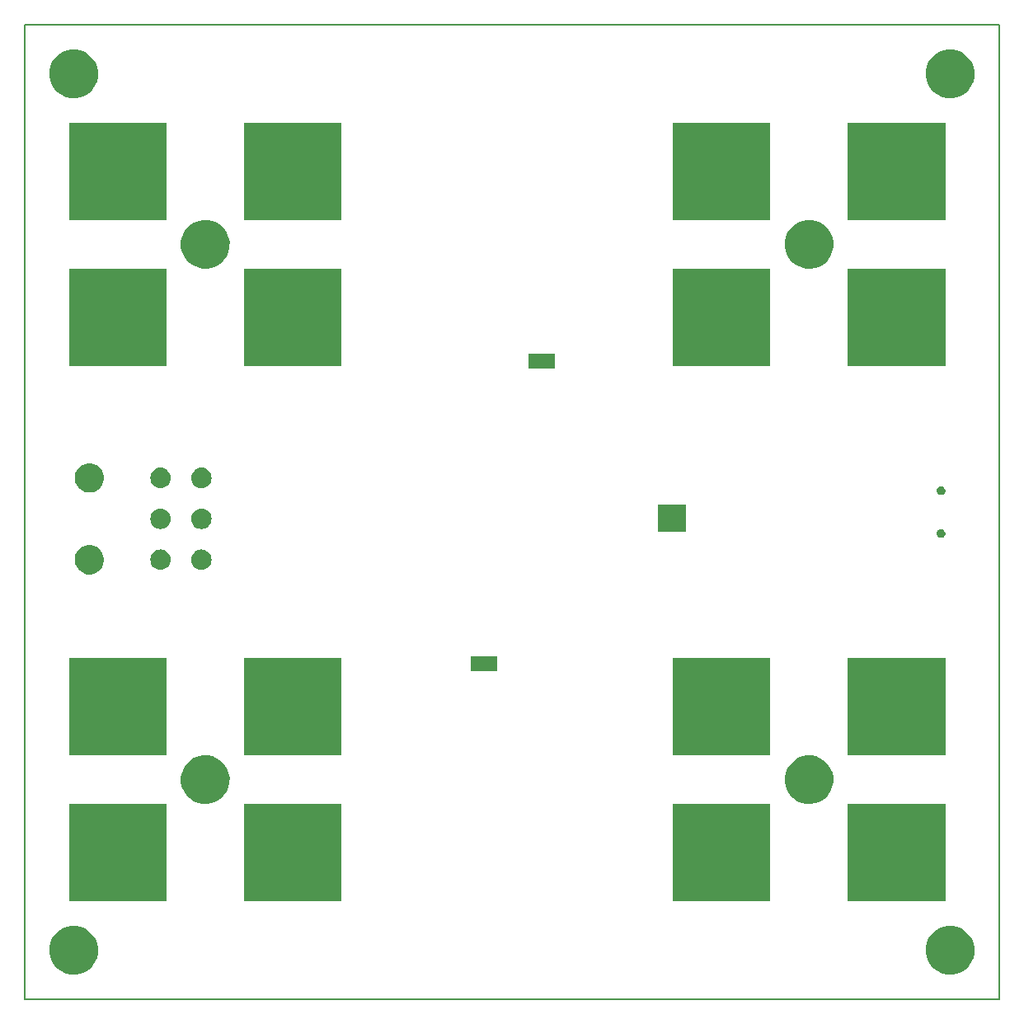
<source format=gbs>
G04 (created by PCBNEW (2013-05-16 BZR 4016)-stable) date 5. 1. 2014 18:11:25*
%MOIN*%
G04 Gerber Fmt 3.4, Leading zero omitted, Abs format*
%FSLAX34Y34*%
G01*
G70*
G90*
G04 APERTURE LIST*
%ADD10C,0.00590551*%
G04 APERTURE END LIST*
G54D10*
X38779Y-61023D02*
X78149Y-61023D01*
X78149Y-61023D02*
X78149Y-21653D01*
X78149Y-21653D02*
X38779Y-21653D01*
X38779Y-21653D02*
X38779Y-61023D01*
G36*
X41732Y-23526D02*
X41729Y-23744D01*
X41686Y-23935D01*
X41608Y-24109D01*
X41495Y-24269D01*
X41358Y-24400D01*
X41192Y-24505D01*
X41015Y-24574D01*
X40822Y-24608D01*
X40632Y-24604D01*
X40440Y-24562D01*
X40266Y-24486D01*
X40105Y-24374D01*
X39973Y-24237D01*
X39867Y-24072D01*
X39797Y-23896D01*
X39762Y-23703D01*
X39764Y-23513D01*
X39805Y-23321D01*
X39880Y-23146D01*
X39991Y-22984D01*
X40126Y-22852D01*
X40291Y-22744D01*
X40467Y-22673D01*
X40660Y-22636D01*
X40849Y-22638D01*
X41042Y-22677D01*
X41216Y-22751D01*
X41380Y-22861D01*
X41513Y-22995D01*
X41622Y-23159D01*
X41694Y-23334D01*
X41732Y-23525D01*
X41732Y-23526D01*
X41732Y-23526D01*
G37*
G36*
X41732Y-58960D02*
X41729Y-59177D01*
X41686Y-59368D01*
X41608Y-59542D01*
X41495Y-59702D01*
X41358Y-59833D01*
X41192Y-59938D01*
X41015Y-60007D01*
X40822Y-60041D01*
X40632Y-60037D01*
X40440Y-59995D01*
X40266Y-59919D01*
X40105Y-59807D01*
X39973Y-59670D01*
X39867Y-59505D01*
X39797Y-59329D01*
X39762Y-59136D01*
X39764Y-58946D01*
X39805Y-58754D01*
X39880Y-58580D01*
X39991Y-58417D01*
X40126Y-58285D01*
X40291Y-58177D01*
X40467Y-58106D01*
X40660Y-58069D01*
X40849Y-58071D01*
X41042Y-58110D01*
X41216Y-58184D01*
X41380Y-58294D01*
X41513Y-58428D01*
X41622Y-58592D01*
X41694Y-58767D01*
X41732Y-58958D01*
X41732Y-58960D01*
X41732Y-58960D01*
G37*
G36*
X41969Y-39904D02*
X41967Y-40034D01*
X41941Y-40149D01*
X41895Y-40253D01*
X41827Y-40350D01*
X41745Y-40428D01*
X41645Y-40491D01*
X41539Y-40532D01*
X41422Y-40553D01*
X41309Y-40550D01*
X41193Y-40525D01*
X41090Y-40480D01*
X40992Y-40412D01*
X40914Y-40331D01*
X40850Y-40231D01*
X40808Y-40126D01*
X40787Y-40009D01*
X40788Y-39896D01*
X40813Y-39780D01*
X40857Y-39676D01*
X40925Y-39578D01*
X41005Y-39499D01*
X41105Y-39434D01*
X41209Y-39392D01*
X41326Y-39369D01*
X41438Y-39370D01*
X41556Y-39394D01*
X41659Y-39438D01*
X41758Y-39504D01*
X41837Y-39584D01*
X41903Y-39684D01*
X41946Y-39787D01*
X41969Y-39904D01*
X41969Y-39904D01*
G37*
G36*
X41969Y-43210D02*
X41967Y-43340D01*
X41941Y-43455D01*
X41895Y-43559D01*
X41827Y-43656D01*
X41745Y-43734D01*
X41645Y-43797D01*
X41539Y-43838D01*
X41422Y-43859D01*
X41309Y-43856D01*
X41193Y-43831D01*
X41090Y-43786D01*
X40992Y-43718D01*
X40914Y-43637D01*
X40850Y-43537D01*
X40808Y-43432D01*
X40787Y-43315D01*
X40788Y-43202D01*
X40813Y-43086D01*
X40857Y-42982D01*
X40925Y-42884D01*
X41005Y-42805D01*
X41105Y-42740D01*
X41209Y-42698D01*
X41326Y-42675D01*
X41438Y-42676D01*
X41556Y-42700D01*
X41659Y-42744D01*
X41758Y-42810D01*
X41837Y-42890D01*
X41903Y-42990D01*
X41946Y-43093D01*
X41969Y-43210D01*
X41969Y-43210D01*
G37*
G36*
X44488Y-29527D02*
X40550Y-29527D01*
X40550Y-25590D01*
X44488Y-25590D01*
X44488Y-29527D01*
X44488Y-29527D01*
G37*
G36*
X44488Y-35433D02*
X40550Y-35433D01*
X40550Y-31495D01*
X44488Y-31495D01*
X44488Y-35433D01*
X44488Y-35433D01*
G37*
G36*
X44488Y-51181D02*
X40550Y-51181D01*
X40550Y-47243D01*
X44488Y-47243D01*
X44488Y-51181D01*
X44488Y-51181D01*
G37*
G36*
X44488Y-57086D02*
X40550Y-57086D01*
X40550Y-53149D01*
X44488Y-53149D01*
X44488Y-57086D01*
X44488Y-57086D01*
G37*
G36*
X44666Y-39962D02*
X44666Y-39965D01*
X44665Y-39968D01*
X44665Y-39968D01*
X44656Y-40049D01*
X44656Y-40049D01*
X44656Y-40049D01*
X44632Y-40125D01*
X44593Y-40196D01*
X44541Y-40258D01*
X44478Y-40308D01*
X44407Y-40346D01*
X44329Y-40368D01*
X44249Y-40376D01*
X44169Y-40367D01*
X44092Y-40344D01*
X44021Y-40305D01*
X43959Y-40254D01*
X43908Y-40191D01*
X43870Y-40120D01*
X43847Y-40043D01*
X43839Y-39959D01*
X43839Y-39956D01*
X43839Y-39953D01*
X43839Y-39953D01*
X43848Y-39873D01*
X43848Y-39873D01*
X43848Y-39872D01*
X43873Y-39796D01*
X43912Y-39725D01*
X43963Y-39664D01*
X44026Y-39613D01*
X44097Y-39576D01*
X44175Y-39553D01*
X44255Y-39546D01*
X44335Y-39554D01*
X44412Y-39578D01*
X44483Y-39616D01*
X44545Y-39668D01*
X44596Y-39730D01*
X44634Y-39801D01*
X44657Y-39878D01*
X44666Y-39962D01*
X44666Y-39962D01*
G37*
G36*
X44666Y-41615D02*
X44666Y-41618D01*
X44665Y-41621D01*
X44665Y-41621D01*
X44656Y-41702D01*
X44656Y-41702D01*
X44656Y-41702D01*
X44632Y-41778D01*
X44593Y-41849D01*
X44541Y-41911D01*
X44478Y-41961D01*
X44407Y-41999D01*
X44329Y-42021D01*
X44249Y-42029D01*
X44169Y-42020D01*
X44092Y-41997D01*
X44021Y-41958D01*
X43959Y-41907D01*
X43908Y-41844D01*
X43870Y-41773D01*
X43847Y-41696D01*
X43839Y-41612D01*
X43839Y-41609D01*
X43839Y-41606D01*
X43839Y-41606D01*
X43848Y-41526D01*
X43848Y-41526D01*
X43848Y-41525D01*
X43873Y-41449D01*
X43912Y-41378D01*
X43963Y-41317D01*
X44026Y-41266D01*
X44097Y-41229D01*
X44175Y-41206D01*
X44255Y-41199D01*
X44335Y-41207D01*
X44412Y-41231D01*
X44483Y-41269D01*
X44545Y-41321D01*
X44596Y-41383D01*
X44634Y-41454D01*
X44657Y-41531D01*
X44666Y-41615D01*
X44666Y-41615D01*
G37*
G36*
X44666Y-43268D02*
X44666Y-43271D01*
X44665Y-43274D01*
X44665Y-43274D01*
X44656Y-43355D01*
X44656Y-43355D01*
X44656Y-43355D01*
X44632Y-43431D01*
X44593Y-43502D01*
X44541Y-43564D01*
X44478Y-43614D01*
X44407Y-43652D01*
X44329Y-43674D01*
X44249Y-43682D01*
X44169Y-43673D01*
X44092Y-43650D01*
X44021Y-43611D01*
X43959Y-43560D01*
X43908Y-43497D01*
X43870Y-43426D01*
X43847Y-43349D01*
X43839Y-43265D01*
X43839Y-43262D01*
X43839Y-43259D01*
X43839Y-43259D01*
X43848Y-43179D01*
X43848Y-43179D01*
X43848Y-43178D01*
X43873Y-43102D01*
X43912Y-43031D01*
X43963Y-42970D01*
X44026Y-42919D01*
X44097Y-42882D01*
X44175Y-42859D01*
X44255Y-42852D01*
X44335Y-42860D01*
X44412Y-42884D01*
X44483Y-42922D01*
X44545Y-42974D01*
X44596Y-43036D01*
X44634Y-43107D01*
X44657Y-43184D01*
X44666Y-43268D01*
X44666Y-43268D01*
G37*
G36*
X46318Y-39962D02*
X46318Y-39965D01*
X46317Y-39968D01*
X46317Y-39968D01*
X46308Y-40049D01*
X46308Y-40049D01*
X46308Y-40049D01*
X46284Y-40125D01*
X46245Y-40196D01*
X46193Y-40258D01*
X46130Y-40308D01*
X46059Y-40346D01*
X45981Y-40368D01*
X45901Y-40376D01*
X45821Y-40367D01*
X45744Y-40344D01*
X45673Y-40305D01*
X45611Y-40254D01*
X45560Y-40191D01*
X45522Y-40120D01*
X45499Y-40043D01*
X45491Y-39959D01*
X45491Y-39956D01*
X45491Y-39953D01*
X45491Y-39953D01*
X45500Y-39873D01*
X45500Y-39873D01*
X45500Y-39872D01*
X45525Y-39796D01*
X45564Y-39725D01*
X45615Y-39664D01*
X45678Y-39613D01*
X45749Y-39576D01*
X45827Y-39553D01*
X45907Y-39546D01*
X45987Y-39554D01*
X46064Y-39578D01*
X46135Y-39616D01*
X46197Y-39668D01*
X46248Y-39730D01*
X46286Y-39801D01*
X46309Y-39878D01*
X46318Y-39962D01*
X46318Y-39962D01*
G37*
G36*
X46318Y-41615D02*
X46318Y-41618D01*
X46317Y-41621D01*
X46317Y-41621D01*
X46308Y-41702D01*
X46308Y-41702D01*
X46308Y-41702D01*
X46284Y-41778D01*
X46245Y-41849D01*
X46193Y-41911D01*
X46130Y-41961D01*
X46059Y-41999D01*
X45981Y-42021D01*
X45901Y-42029D01*
X45821Y-42020D01*
X45744Y-41997D01*
X45673Y-41958D01*
X45611Y-41907D01*
X45560Y-41844D01*
X45522Y-41773D01*
X45499Y-41696D01*
X45491Y-41612D01*
X45491Y-41609D01*
X45491Y-41606D01*
X45491Y-41606D01*
X45500Y-41526D01*
X45500Y-41526D01*
X45500Y-41525D01*
X45525Y-41449D01*
X45564Y-41378D01*
X45615Y-41317D01*
X45678Y-41266D01*
X45749Y-41229D01*
X45827Y-41206D01*
X45907Y-41199D01*
X45987Y-41207D01*
X46064Y-41231D01*
X46135Y-41269D01*
X46197Y-41321D01*
X46248Y-41383D01*
X46286Y-41454D01*
X46309Y-41531D01*
X46318Y-41615D01*
X46318Y-41615D01*
G37*
G36*
X46318Y-43268D02*
X46318Y-43271D01*
X46317Y-43274D01*
X46317Y-43274D01*
X46308Y-43355D01*
X46308Y-43355D01*
X46308Y-43355D01*
X46284Y-43431D01*
X46245Y-43502D01*
X46193Y-43564D01*
X46130Y-43614D01*
X46059Y-43652D01*
X45981Y-43674D01*
X45901Y-43682D01*
X45821Y-43673D01*
X45744Y-43650D01*
X45673Y-43611D01*
X45611Y-43560D01*
X45560Y-43497D01*
X45522Y-43426D01*
X45499Y-43349D01*
X45491Y-43265D01*
X45491Y-43262D01*
X45491Y-43259D01*
X45491Y-43259D01*
X45500Y-43179D01*
X45500Y-43179D01*
X45500Y-43178D01*
X45525Y-43102D01*
X45564Y-43031D01*
X45615Y-42970D01*
X45678Y-42919D01*
X45749Y-42882D01*
X45827Y-42859D01*
X45907Y-42852D01*
X45987Y-42860D01*
X46064Y-42884D01*
X46135Y-42922D01*
X46197Y-42974D01*
X46248Y-43036D01*
X46286Y-43107D01*
X46309Y-43184D01*
X46318Y-43268D01*
X46318Y-43268D01*
G37*
G36*
X47047Y-30416D02*
X47044Y-30634D01*
X47001Y-30825D01*
X46923Y-30999D01*
X46810Y-31159D01*
X46673Y-31290D01*
X46507Y-31395D01*
X46330Y-31464D01*
X46137Y-31498D01*
X45947Y-31494D01*
X45755Y-31452D01*
X45581Y-31376D01*
X45420Y-31264D01*
X45288Y-31127D01*
X45182Y-30962D01*
X45112Y-30786D01*
X45077Y-30592D01*
X45079Y-30403D01*
X45120Y-30211D01*
X45195Y-30036D01*
X45306Y-29874D01*
X45441Y-29741D01*
X45606Y-29634D01*
X45782Y-29563D01*
X45975Y-29526D01*
X46164Y-29527D01*
X46357Y-29567D01*
X46531Y-29640D01*
X46694Y-29750D01*
X46828Y-29885D01*
X46937Y-30049D01*
X47009Y-30224D01*
X47047Y-30415D01*
X47047Y-30416D01*
X47047Y-30416D01*
G37*
G36*
X47047Y-52070D02*
X47044Y-52287D01*
X47001Y-52478D01*
X46923Y-52652D01*
X46810Y-52812D01*
X46673Y-52943D01*
X46507Y-53048D01*
X46330Y-53117D01*
X46137Y-53151D01*
X45947Y-53147D01*
X45755Y-53105D01*
X45581Y-53029D01*
X45420Y-52917D01*
X45288Y-52781D01*
X45182Y-52616D01*
X45112Y-52439D01*
X45077Y-52246D01*
X45079Y-52056D01*
X45120Y-51864D01*
X45195Y-51690D01*
X45306Y-51528D01*
X45441Y-51395D01*
X45606Y-51287D01*
X45782Y-51216D01*
X45975Y-51180D01*
X46164Y-51181D01*
X46357Y-51220D01*
X46531Y-51294D01*
X46694Y-51404D01*
X46828Y-51538D01*
X46937Y-51702D01*
X47009Y-51877D01*
X47047Y-52068D01*
X47047Y-52070D01*
X47047Y-52070D01*
G37*
G36*
X51575Y-29527D02*
X47637Y-29527D01*
X47637Y-25590D01*
X51575Y-25590D01*
X51575Y-29527D01*
X51575Y-29527D01*
G37*
G36*
X51575Y-35433D02*
X47637Y-35433D01*
X47637Y-31495D01*
X51575Y-31495D01*
X51575Y-35433D01*
X51575Y-35433D01*
G37*
G36*
X51575Y-51181D02*
X47637Y-51181D01*
X47637Y-47243D01*
X51575Y-47243D01*
X51575Y-51181D01*
X51575Y-51181D01*
G37*
G36*
X51575Y-57086D02*
X47637Y-57086D01*
X47637Y-53149D01*
X51575Y-53149D01*
X51575Y-57086D01*
X51575Y-57086D01*
G37*
G36*
X57874Y-47775D02*
X56810Y-47775D01*
X56810Y-47164D01*
X57874Y-47164D01*
X57874Y-47775D01*
X57874Y-47775D01*
G37*
G36*
X60197Y-35551D02*
X59133Y-35551D01*
X59133Y-34940D01*
X60197Y-34940D01*
X60197Y-35551D01*
X60197Y-35551D01*
G37*
G36*
X65492Y-42146D02*
X64570Y-42146D01*
X64563Y-42146D01*
X64350Y-42146D01*
X64350Y-41023D01*
X65492Y-41023D01*
X65492Y-42146D01*
X65492Y-42146D01*
G37*
G36*
X68898Y-29527D02*
X64960Y-29527D01*
X64960Y-25590D01*
X68898Y-25590D01*
X68898Y-29527D01*
X68898Y-29527D01*
G37*
G36*
X68898Y-35433D02*
X64960Y-35433D01*
X64960Y-31495D01*
X68898Y-31495D01*
X68898Y-35433D01*
X68898Y-35433D01*
G37*
G36*
X68898Y-51181D02*
X64960Y-51181D01*
X64960Y-47243D01*
X68898Y-47243D01*
X68898Y-51181D01*
X68898Y-51181D01*
G37*
G36*
X68898Y-57086D02*
X64960Y-57086D01*
X64960Y-53149D01*
X68898Y-53149D01*
X68898Y-57086D01*
X68898Y-57086D01*
G37*
G36*
X71457Y-30416D02*
X71453Y-30634D01*
X71410Y-30825D01*
X71333Y-30999D01*
X71220Y-31159D01*
X71082Y-31290D01*
X70917Y-31395D01*
X70739Y-31464D01*
X70546Y-31498D01*
X70356Y-31494D01*
X70165Y-31452D01*
X69991Y-31376D01*
X69830Y-31264D01*
X69698Y-31127D01*
X69591Y-30962D01*
X69522Y-30786D01*
X69486Y-30592D01*
X69489Y-30403D01*
X69530Y-30211D01*
X69604Y-30036D01*
X69715Y-29874D01*
X69851Y-29741D01*
X70015Y-29634D01*
X70191Y-29563D01*
X70384Y-29526D01*
X70574Y-29527D01*
X70766Y-29567D01*
X70941Y-29640D01*
X71104Y-29750D01*
X71237Y-29885D01*
X71346Y-30049D01*
X71418Y-30224D01*
X71456Y-30415D01*
X71457Y-30416D01*
X71457Y-30416D01*
G37*
G36*
X71457Y-52070D02*
X71453Y-52287D01*
X71410Y-52478D01*
X71333Y-52652D01*
X71220Y-52812D01*
X71082Y-52943D01*
X70917Y-53048D01*
X70739Y-53117D01*
X70546Y-53151D01*
X70356Y-53147D01*
X70165Y-53105D01*
X69991Y-53029D01*
X69830Y-52917D01*
X69698Y-52781D01*
X69591Y-52616D01*
X69522Y-52439D01*
X69486Y-52246D01*
X69489Y-52056D01*
X69530Y-51864D01*
X69604Y-51690D01*
X69715Y-51528D01*
X69851Y-51395D01*
X70015Y-51287D01*
X70191Y-51216D01*
X70384Y-51180D01*
X70574Y-51181D01*
X70766Y-51220D01*
X70941Y-51294D01*
X71104Y-51404D01*
X71237Y-51538D01*
X71346Y-51702D01*
X71418Y-51877D01*
X71456Y-52068D01*
X71457Y-52070D01*
X71457Y-52070D01*
G37*
G36*
X75984Y-29527D02*
X72046Y-29527D01*
X72046Y-25590D01*
X75984Y-25590D01*
X75984Y-29527D01*
X75984Y-29527D01*
G37*
G36*
X75984Y-35433D02*
X72046Y-35433D01*
X72046Y-31495D01*
X75984Y-31495D01*
X75984Y-35433D01*
X75984Y-35433D01*
G37*
G36*
X75984Y-51181D02*
X72046Y-51181D01*
X72046Y-47243D01*
X75984Y-47243D01*
X75984Y-51181D01*
X75984Y-51181D01*
G37*
G36*
X75984Y-57086D02*
X72046Y-57086D01*
X72046Y-53149D01*
X75984Y-53149D01*
X75984Y-57086D01*
X75984Y-57086D01*
G37*
G36*
X75985Y-40456D02*
X75984Y-40493D01*
X75976Y-40530D01*
X75963Y-40559D01*
X75941Y-40589D01*
X75918Y-40611D01*
X75886Y-40632D01*
X75857Y-40643D01*
X75819Y-40650D01*
X75788Y-40649D01*
X75751Y-40641D01*
X75722Y-40628D01*
X75691Y-40607D01*
X75669Y-40584D01*
X75648Y-40552D01*
X75637Y-40523D01*
X75630Y-40485D01*
X75630Y-40454D01*
X75638Y-40417D01*
X75650Y-40388D01*
X75672Y-40356D01*
X75694Y-40334D01*
X75726Y-40313D01*
X75755Y-40302D01*
X75793Y-40295D01*
X75824Y-40295D01*
X75862Y-40303D01*
X75890Y-40315D01*
X75922Y-40336D01*
X75944Y-40358D01*
X75965Y-40390D01*
X75977Y-40419D01*
X75984Y-40455D01*
X75985Y-40456D01*
X75985Y-40456D01*
G37*
G36*
X75985Y-42188D02*
X75984Y-42225D01*
X75976Y-42262D01*
X75963Y-42291D01*
X75941Y-42321D01*
X75918Y-42343D01*
X75886Y-42364D01*
X75857Y-42375D01*
X75819Y-42382D01*
X75788Y-42381D01*
X75751Y-42373D01*
X75722Y-42360D01*
X75691Y-42339D01*
X75669Y-42316D01*
X75648Y-42284D01*
X75637Y-42255D01*
X75630Y-42217D01*
X75630Y-42186D01*
X75638Y-42149D01*
X75650Y-42120D01*
X75672Y-42088D01*
X75694Y-42066D01*
X75726Y-42045D01*
X75755Y-42034D01*
X75793Y-42027D01*
X75824Y-42027D01*
X75862Y-42035D01*
X75890Y-42047D01*
X75922Y-42068D01*
X75944Y-42090D01*
X75965Y-42122D01*
X75977Y-42151D01*
X75984Y-42187D01*
X75985Y-42188D01*
X75985Y-42188D01*
G37*
G36*
X77165Y-23526D02*
X77162Y-23744D01*
X77119Y-23935D01*
X77041Y-24109D01*
X76928Y-24269D01*
X76791Y-24400D01*
X76625Y-24505D01*
X76448Y-24574D01*
X76255Y-24608D01*
X76065Y-24604D01*
X75873Y-24562D01*
X75699Y-24486D01*
X75538Y-24374D01*
X75406Y-24237D01*
X75300Y-24072D01*
X75230Y-23896D01*
X75195Y-23703D01*
X75197Y-23513D01*
X75238Y-23321D01*
X75313Y-23146D01*
X75424Y-22984D01*
X75559Y-22852D01*
X75724Y-22744D01*
X75900Y-22673D01*
X76093Y-22636D01*
X76282Y-22638D01*
X76475Y-22677D01*
X76649Y-22751D01*
X76813Y-22861D01*
X76946Y-22995D01*
X77055Y-23159D01*
X77127Y-23334D01*
X77165Y-23525D01*
X77165Y-23526D01*
X77165Y-23526D01*
G37*
G36*
X77165Y-58960D02*
X77162Y-59177D01*
X77119Y-59368D01*
X77041Y-59542D01*
X76928Y-59702D01*
X76791Y-59833D01*
X76625Y-59938D01*
X76448Y-60007D01*
X76255Y-60041D01*
X76065Y-60037D01*
X75873Y-59995D01*
X75699Y-59919D01*
X75538Y-59807D01*
X75406Y-59670D01*
X75300Y-59505D01*
X75230Y-59329D01*
X75195Y-59136D01*
X75197Y-58946D01*
X75238Y-58754D01*
X75313Y-58580D01*
X75424Y-58417D01*
X75559Y-58285D01*
X75724Y-58177D01*
X75900Y-58106D01*
X76093Y-58069D01*
X76282Y-58071D01*
X76475Y-58110D01*
X76649Y-58184D01*
X76813Y-58294D01*
X76946Y-58428D01*
X77055Y-58592D01*
X77127Y-58767D01*
X77165Y-58958D01*
X77165Y-58960D01*
X77165Y-58960D01*
G37*
M02*

</source>
